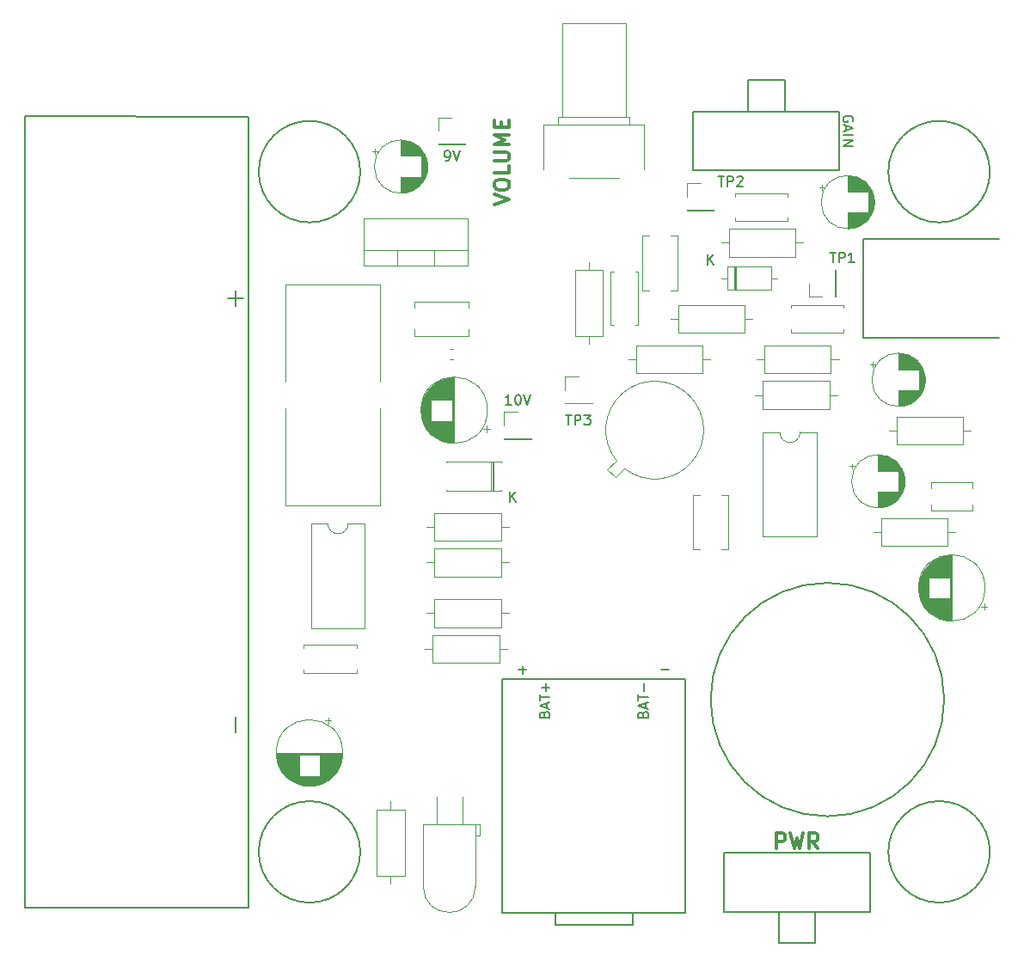
<source format=gbr>
G04 #@! TF.GenerationSoftware,KiCad,Pcbnew,5.1.5-52549c5~84~ubuntu18.04.1*
G04 #@! TF.CreationDate,2020-03-26T22:13:58-06:00*
G04 #@! TF.ProjectId,all-through-hole,616c6c2d-7468-4726-9f75-67682d686f6c,rev?*
G04 #@! TF.SameCoordinates,Original*
G04 #@! TF.FileFunction,Legend,Top*
G04 #@! TF.FilePolarity,Positive*
%FSLAX46Y46*%
G04 Gerber Fmt 4.6, Leading zero omitted, Abs format (unit mm)*
G04 Created by KiCad (PCBNEW 5.1.5-52549c5~84~ubuntu18.04.1) date 2020-03-26 22:13:58*
%MOMM*%
%LPD*%
G04 APERTURE LIST*
%ADD10C,0.150000*%
%ADD11C,0.300000*%
%ADD12C,0.120000*%
%ADD13C,0.200000*%
G04 APERTURE END LIST*
D10*
X131619047Y-92571428D02*
X132380952Y-92571428D01*
X132000000Y-92952380D02*
X132000000Y-92190476D01*
X145619047Y-92571428D02*
X146380952Y-92571428D01*
X162238095Y-51452380D02*
X162809523Y-51452380D01*
X162523809Y-52452380D02*
X162523809Y-51452380D01*
X163142857Y-52452380D02*
X163142857Y-51452380D01*
X163523809Y-51452380D01*
X163619047Y-51500000D01*
X163666666Y-51547619D01*
X163714285Y-51642857D01*
X163714285Y-51785714D01*
X163666666Y-51880952D01*
X163619047Y-51928571D01*
X163523809Y-51976190D01*
X163142857Y-51976190D01*
X164666666Y-52452380D02*
X164095238Y-52452380D01*
X164380952Y-52452380D02*
X164380952Y-51452380D01*
X164285714Y-51595238D01*
X164190476Y-51690476D01*
X164095238Y-51738095D01*
X151238095Y-43952380D02*
X151809523Y-43952380D01*
X151523809Y-44952380D02*
X151523809Y-43952380D01*
X152142857Y-44952380D02*
X152142857Y-43952380D01*
X152523809Y-43952380D01*
X152619047Y-44000000D01*
X152666666Y-44047619D01*
X152714285Y-44142857D01*
X152714285Y-44285714D01*
X152666666Y-44380952D01*
X152619047Y-44428571D01*
X152523809Y-44476190D01*
X152142857Y-44476190D01*
X153095238Y-44047619D02*
X153142857Y-44000000D01*
X153238095Y-43952380D01*
X153476190Y-43952380D01*
X153571428Y-44000000D01*
X153619047Y-44047619D01*
X153666666Y-44142857D01*
X153666666Y-44238095D01*
X153619047Y-44380952D01*
X153047619Y-44952380D01*
X153666666Y-44952380D01*
X136238095Y-67452380D02*
X136809523Y-67452380D01*
X136523809Y-68452380D02*
X136523809Y-67452380D01*
X137142857Y-68452380D02*
X137142857Y-67452380D01*
X137523809Y-67452380D01*
X137619047Y-67500000D01*
X137666666Y-67547619D01*
X137714285Y-67642857D01*
X137714285Y-67785714D01*
X137666666Y-67880952D01*
X137619047Y-67928571D01*
X137523809Y-67976190D01*
X137142857Y-67976190D01*
X138047619Y-67452380D02*
X138666666Y-67452380D01*
X138333333Y-67833333D01*
X138476190Y-67833333D01*
X138571428Y-67880952D01*
X138619047Y-67928571D01*
X138666666Y-68023809D01*
X138666666Y-68261904D01*
X138619047Y-68357142D01*
X138571428Y-68404761D01*
X138476190Y-68452380D01*
X138190476Y-68452380D01*
X138095238Y-68404761D01*
X138047619Y-68357142D01*
X130880952Y-66452380D02*
X130309523Y-66452380D01*
X130595238Y-66452380D02*
X130595238Y-65452380D01*
X130500000Y-65595238D01*
X130404761Y-65690476D01*
X130309523Y-65738095D01*
X131500000Y-65452380D02*
X131595238Y-65452380D01*
X131690476Y-65500000D01*
X131738095Y-65547619D01*
X131785714Y-65642857D01*
X131833333Y-65833333D01*
X131833333Y-66071428D01*
X131785714Y-66261904D01*
X131738095Y-66357142D01*
X131690476Y-66404761D01*
X131595238Y-66452380D01*
X131500000Y-66452380D01*
X131404761Y-66404761D01*
X131357142Y-66357142D01*
X131309523Y-66261904D01*
X131261904Y-66071428D01*
X131261904Y-65833333D01*
X131309523Y-65642857D01*
X131357142Y-65547619D01*
X131404761Y-65500000D01*
X131500000Y-65452380D01*
X132119047Y-65452380D02*
X132452380Y-66452380D01*
X132785714Y-65452380D01*
X124380952Y-42452380D02*
X124571428Y-42452380D01*
X124666666Y-42404761D01*
X124714285Y-42357142D01*
X124809523Y-42214285D01*
X124857142Y-42023809D01*
X124857142Y-41642857D01*
X124809523Y-41547619D01*
X124761904Y-41500000D01*
X124666666Y-41452380D01*
X124476190Y-41452380D01*
X124380952Y-41500000D01*
X124333333Y-41547619D01*
X124285714Y-41642857D01*
X124285714Y-41880952D01*
X124333333Y-41976190D01*
X124380952Y-42023809D01*
X124476190Y-42071428D01*
X124666666Y-42071428D01*
X124761904Y-42023809D01*
X124809523Y-41976190D01*
X124857142Y-41880952D01*
X125142857Y-41452380D02*
X125476190Y-42452380D01*
X125809523Y-41452380D01*
X164500000Y-38571428D02*
X164547619Y-38476190D01*
X164547619Y-38333333D01*
X164500000Y-38190476D01*
X164404761Y-38095238D01*
X164309523Y-38047619D01*
X164119047Y-38000000D01*
X163976190Y-38000000D01*
X163785714Y-38047619D01*
X163690476Y-38095238D01*
X163595238Y-38190476D01*
X163547619Y-38333333D01*
X163547619Y-38428571D01*
X163595238Y-38571428D01*
X163642857Y-38619047D01*
X163976190Y-38619047D01*
X163976190Y-38428571D01*
X163833333Y-39000000D02*
X163833333Y-39476190D01*
X163547619Y-38904761D02*
X164547619Y-39238095D01*
X163547619Y-39571428D01*
X163547619Y-39904761D02*
X164547619Y-39904761D01*
X163547619Y-40380952D02*
X164547619Y-40380952D01*
X163547619Y-40952380D01*
X164547619Y-40952380D01*
D11*
X129178571Y-46714285D02*
X130678571Y-46214285D01*
X129178571Y-45714285D01*
X129178571Y-44928571D02*
X129178571Y-44642857D01*
X129250000Y-44500000D01*
X129392857Y-44357142D01*
X129678571Y-44285714D01*
X130178571Y-44285714D01*
X130464285Y-44357142D01*
X130607142Y-44500000D01*
X130678571Y-44642857D01*
X130678571Y-44928571D01*
X130607142Y-45071428D01*
X130464285Y-45214285D01*
X130178571Y-45285714D01*
X129678571Y-45285714D01*
X129392857Y-45214285D01*
X129250000Y-45071428D01*
X129178571Y-44928571D01*
X130678571Y-42928571D02*
X130678571Y-43642857D01*
X129178571Y-43642857D01*
X129178571Y-42428571D02*
X130392857Y-42428571D01*
X130535714Y-42357142D01*
X130607142Y-42285714D01*
X130678571Y-42142857D01*
X130678571Y-41857142D01*
X130607142Y-41714285D01*
X130535714Y-41642857D01*
X130392857Y-41571428D01*
X129178571Y-41571428D01*
X130678571Y-40857142D02*
X129178571Y-40857142D01*
X130250000Y-40357142D01*
X129178571Y-39857142D01*
X130678571Y-39857142D01*
X129892857Y-39142857D02*
X129892857Y-38642857D01*
X130678571Y-38428571D02*
X130678571Y-39142857D01*
X129178571Y-39142857D01*
X129178571Y-38428571D01*
X157000000Y-110178571D02*
X157000000Y-108678571D01*
X157571428Y-108678571D01*
X157714285Y-108750000D01*
X157785714Y-108821428D01*
X157857142Y-108964285D01*
X157857142Y-109178571D01*
X157785714Y-109321428D01*
X157714285Y-109392857D01*
X157571428Y-109464285D01*
X157000000Y-109464285D01*
X158357142Y-108678571D02*
X158714285Y-110178571D01*
X159000000Y-109107142D01*
X159285714Y-110178571D01*
X159642857Y-108678571D01*
X161071428Y-110178571D02*
X160571428Y-109464285D01*
X160214285Y-110178571D02*
X160214285Y-108678571D01*
X160785714Y-108678571D01*
X160928571Y-108750000D01*
X161000000Y-108821428D01*
X161071428Y-108964285D01*
X161071428Y-109178571D01*
X161000000Y-109321428D01*
X160928571Y-109392857D01*
X160785714Y-109464285D01*
X160214285Y-109464285D01*
D10*
X154200000Y-34500000D02*
X154200000Y-37600000D01*
X157800000Y-34500000D02*
X154200000Y-34500000D01*
X157800000Y-37600000D02*
X157800000Y-34500000D01*
X148800000Y-43400000D02*
X163200000Y-43400000D01*
X148800000Y-37600000D02*
X148800000Y-43400000D01*
X163200000Y-37600000D02*
X148800000Y-37600000D01*
X163200000Y-43400000D02*
X163200000Y-37600000D01*
X178000000Y-43500000D02*
G75*
G03X178000000Y-43500000I-5000000J0D01*
G01*
X116000000Y-43500000D02*
G75*
G03X116000000Y-43500000I-5000000J0D01*
G01*
X178000000Y-110500000D02*
G75*
G03X178000000Y-110500000I-5000000J0D01*
G01*
X116000000Y-110500000D02*
G75*
G03X116000000Y-110500000I-5000000J0D01*
G01*
D12*
X160960000Y-69170000D02*
X159310000Y-69170000D01*
X160960000Y-79450000D02*
X160960000Y-69170000D01*
X155660000Y-79450000D02*
X160960000Y-79450000D01*
X155660000Y-69170000D02*
X155660000Y-79450000D01*
X157310000Y-69170000D02*
X155660000Y-69170000D01*
X159310000Y-69170000D02*
G75*
G02X157310000Y-69170000I-1000000J0D01*
G01*
X119609000Y-52770000D02*
X119609000Y-51260000D01*
X123310000Y-52770000D02*
X123310000Y-51260000D01*
X126580000Y-51260000D02*
X116340000Y-51260000D01*
X116340000Y-52770000D02*
X116340000Y-48129000D01*
X126580000Y-52770000D02*
X126580000Y-48129000D01*
X126580000Y-48129000D02*
X116340000Y-48129000D01*
X126580000Y-52770000D02*
X116340000Y-52770000D01*
X116460000Y-78170000D02*
X114810000Y-78170000D01*
X116460000Y-88450000D02*
X116460000Y-78170000D01*
X111160000Y-88450000D02*
X116460000Y-88450000D01*
X111160000Y-78170000D02*
X111160000Y-88450000D01*
X112810000Y-78170000D02*
X111160000Y-78170000D01*
X114810000Y-78170000D02*
G75*
G02X112810000Y-78170000I-1000000J0D01*
G01*
D10*
X160800000Y-119500000D02*
X160800000Y-116400000D01*
X157200000Y-119500000D02*
X160800000Y-119500000D01*
X157200000Y-116400000D02*
X157200000Y-119500000D01*
X166200000Y-110600000D02*
X151800000Y-110600000D01*
X166200000Y-116400000D02*
X166200000Y-110600000D01*
X151800000Y-116400000D02*
X166200000Y-116400000D01*
X151800000Y-110600000D02*
X151800000Y-116400000D01*
D12*
X135880000Y-28880000D02*
X142120000Y-28880000D01*
X135880000Y-38080000D02*
X142120000Y-38080000D01*
X142120000Y-38080000D02*
X142120000Y-28880000D01*
X135880000Y-38080000D02*
X135880000Y-28880000D01*
X135480000Y-38080000D02*
X142520000Y-38080000D01*
X135480000Y-38880000D02*
X142520000Y-38880000D01*
X142520000Y-38880000D02*
X142520000Y-38080000D01*
X135480000Y-38880000D02*
X135480000Y-38080000D01*
X134030000Y-38880000D02*
X143970000Y-38880000D01*
X136556000Y-44120000D02*
X141445000Y-44120000D01*
X143970000Y-43245000D02*
X143970000Y-38880000D01*
X134030000Y-43245000D02*
X134030000Y-38880000D01*
X174620000Y-79000000D02*
X173850000Y-79000000D01*
X166540000Y-79000000D02*
X167310000Y-79000000D01*
X173850000Y-77630000D02*
X167310000Y-77630000D01*
X173850000Y-80370000D02*
X173850000Y-77630000D01*
X167310000Y-80370000D02*
X173850000Y-80370000D01*
X167310000Y-77630000D02*
X167310000Y-80370000D01*
X176120000Y-69000000D02*
X175350000Y-69000000D01*
X168040000Y-69000000D02*
X168810000Y-69000000D01*
X175350000Y-67630000D02*
X168810000Y-67630000D01*
X175350000Y-70370000D02*
X175350000Y-67630000D01*
X168810000Y-70370000D02*
X175350000Y-70370000D01*
X168810000Y-67630000D02*
X168810000Y-70370000D01*
X138500000Y-52380000D02*
X138500000Y-53150000D01*
X138500000Y-60460000D02*
X138500000Y-59690000D01*
X137130000Y-53150000D02*
X137130000Y-59690000D01*
X139870000Y-53150000D02*
X137130000Y-53150000D01*
X139870000Y-59690000D02*
X139870000Y-53150000D01*
X137130000Y-59690000D02*
X139870000Y-59690000D01*
X154620000Y-58000000D02*
X153850000Y-58000000D01*
X146540000Y-58000000D02*
X147310000Y-58000000D01*
X153850000Y-56630000D02*
X147310000Y-56630000D01*
X153850000Y-59370000D02*
X153850000Y-56630000D01*
X147310000Y-59370000D02*
X153850000Y-59370000D01*
X147310000Y-56630000D02*
X147310000Y-59370000D01*
X142380000Y-62000000D02*
X143150000Y-62000000D01*
X150460000Y-62000000D02*
X149690000Y-62000000D01*
X143150000Y-63370000D02*
X149690000Y-63370000D01*
X143150000Y-60630000D02*
X143150000Y-63370000D01*
X149690000Y-60630000D02*
X143150000Y-60630000D01*
X149690000Y-63370000D02*
X149690000Y-60630000D01*
X154880000Y-65500000D02*
X155650000Y-65500000D01*
X162960000Y-65500000D02*
X162190000Y-65500000D01*
X155650000Y-66870000D02*
X162190000Y-66870000D01*
X155650000Y-64130000D02*
X155650000Y-66870000D01*
X162190000Y-64130000D02*
X155650000Y-64130000D01*
X162190000Y-66870000D02*
X162190000Y-64130000D01*
X163120000Y-62000000D02*
X162350000Y-62000000D01*
X155040000Y-62000000D02*
X155810000Y-62000000D01*
X162350000Y-60630000D02*
X155810000Y-60630000D01*
X162350000Y-63370000D02*
X162350000Y-60630000D01*
X155810000Y-63370000D02*
X162350000Y-63370000D01*
X155810000Y-60630000D02*
X155810000Y-63370000D01*
X152310000Y-49130000D02*
X152310000Y-51870000D01*
X152310000Y-51870000D02*
X158850000Y-51870000D01*
X158850000Y-51870000D02*
X158850000Y-49130000D01*
X158850000Y-49130000D02*
X152310000Y-49130000D01*
X151540000Y-50500000D02*
X152310000Y-50500000D01*
X159620000Y-50500000D02*
X158850000Y-50500000D01*
X119000000Y-113620000D02*
X119000000Y-112850000D01*
X119000000Y-105540000D02*
X119000000Y-106310000D01*
X120370000Y-112850000D02*
X120370000Y-106310000D01*
X117630000Y-112850000D02*
X120370000Y-112850000D01*
X117630000Y-106310000D02*
X117630000Y-112850000D01*
X120370000Y-106310000D02*
X117630000Y-106310000D01*
X122380000Y-90500000D02*
X123150000Y-90500000D01*
X130460000Y-90500000D02*
X129690000Y-90500000D01*
X123150000Y-91870000D02*
X129690000Y-91870000D01*
X123150000Y-89130000D02*
X123150000Y-91870000D01*
X129690000Y-89130000D02*
X123150000Y-89130000D01*
X129690000Y-91870000D02*
X129690000Y-89130000D01*
X130620000Y-87000000D02*
X129850000Y-87000000D01*
X122540000Y-87000000D02*
X123310000Y-87000000D01*
X129850000Y-85630000D02*
X123310000Y-85630000D01*
X129850000Y-88370000D02*
X129850000Y-85630000D01*
X123310000Y-88370000D02*
X129850000Y-88370000D01*
X123310000Y-85630000D02*
X123310000Y-88370000D01*
X130620000Y-78500000D02*
X129850000Y-78500000D01*
X122540000Y-78500000D02*
X123310000Y-78500000D01*
X129850000Y-77130000D02*
X123310000Y-77130000D01*
X129850000Y-79870000D02*
X129850000Y-77130000D01*
X123310000Y-79870000D02*
X129850000Y-79870000D01*
X123310000Y-77130000D02*
X123310000Y-79870000D01*
X130620000Y-82000000D02*
X129850000Y-82000000D01*
X122540000Y-82000000D02*
X123310000Y-82000000D01*
X129850000Y-80630000D02*
X123310000Y-80630000D01*
X129850000Y-83370000D02*
X129850000Y-80630000D01*
X123310000Y-83370000D02*
X129850000Y-83370000D01*
X123310000Y-80630000D02*
X123310000Y-83370000D01*
X142002629Y-72734674D02*
G75*
G03X141225098Y-71957084I2997371J3774674D01*
G01*
X141111961Y-73625856D02*
X142002916Y-72734902D01*
X140334144Y-72848039D02*
X141111961Y-73625856D01*
X141225098Y-71957084D02*
X140334144Y-72848039D01*
D10*
X173500000Y-95500000D02*
G75*
G03X173500000Y-95500000I-11500000J0D01*
G01*
D12*
X117970000Y-76420000D02*
X108630000Y-76420000D01*
X117970000Y-54580000D02*
X108630000Y-54580000D01*
X108630000Y-66788000D02*
X108630000Y-76420000D01*
X108630000Y-54580000D02*
X108630000Y-64212000D01*
X117970000Y-66788000D02*
X117970000Y-76420000D01*
X117970000Y-54580000D02*
X117970000Y-64212000D01*
D10*
X165500000Y-50100000D02*
X178900000Y-50100000D01*
X165500000Y-59900000D02*
X165500000Y-50100000D01*
X178900000Y-59900000D02*
X165500000Y-59900000D01*
D12*
X148170000Y-44670000D02*
X149500000Y-44670000D01*
X148170000Y-46000000D02*
X148170000Y-44670000D01*
X148170000Y-47270000D02*
X150830000Y-47270000D01*
X150830000Y-47270000D02*
X150830000Y-47330000D01*
X148170000Y-47270000D02*
X148170000Y-47330000D01*
X148170000Y-47330000D02*
X150830000Y-47330000D01*
X136170000Y-63670000D02*
X137500000Y-63670000D01*
X136170000Y-65000000D02*
X136170000Y-63670000D01*
X136170000Y-66270000D02*
X138830000Y-66270000D01*
X138830000Y-66270000D02*
X138830000Y-66330000D01*
X136170000Y-66270000D02*
X136170000Y-66330000D01*
X136170000Y-66330000D02*
X138830000Y-66330000D01*
X162830000Y-55830000D02*
X162830000Y-53170000D01*
X162770000Y-55830000D02*
X162830000Y-55830000D01*
X162770000Y-53170000D02*
X162830000Y-53170000D01*
X162770000Y-55830000D02*
X162770000Y-53170000D01*
X161500000Y-55830000D02*
X160170000Y-55830000D01*
X160170000Y-55830000D02*
X160170000Y-54500000D01*
X123670000Y-38170000D02*
X125000000Y-38170000D01*
X123670000Y-39500000D02*
X123670000Y-38170000D01*
X123670000Y-40770000D02*
X126330000Y-40770000D01*
X126330000Y-40770000D02*
X126330000Y-40830000D01*
X123670000Y-40770000D02*
X123670000Y-40830000D01*
X123670000Y-40830000D02*
X126330000Y-40830000D01*
X130170000Y-67170000D02*
X131500000Y-67170000D01*
X130170000Y-68500000D02*
X130170000Y-67170000D01*
X130170000Y-69770000D02*
X132830000Y-69770000D01*
X132830000Y-69770000D02*
X132830000Y-69830000D01*
X130170000Y-69770000D02*
X130170000Y-69830000D01*
X130170000Y-69830000D02*
X132830000Y-69830000D01*
X152190000Y-52880000D02*
X152190000Y-55120000D01*
X152190000Y-55120000D02*
X156430000Y-55120000D01*
X156430000Y-55120000D02*
X156430000Y-52880000D01*
X156430000Y-52880000D02*
X152190000Y-52880000D01*
X151540000Y-54000000D02*
X152190000Y-54000000D01*
X157080000Y-54000000D02*
X156430000Y-54000000D01*
X152910000Y-52880000D02*
X152910000Y-55120000D01*
X153030000Y-52880000D02*
X153030000Y-55120000D01*
X152790000Y-52880000D02*
X152790000Y-55120000D01*
X126040000Y-105080000D02*
X126040000Y-105080000D01*
X126040000Y-107750000D02*
X126040000Y-105080000D01*
X126040000Y-107750000D02*
X126040000Y-107750000D01*
X126040000Y-105080000D02*
X126040000Y-107750000D01*
X123500000Y-105080000D02*
X123500000Y-105080000D01*
X123500000Y-107750000D02*
X123500000Y-105080000D01*
X123500000Y-107750000D02*
X123500000Y-107750000D01*
X123500000Y-105080000D02*
X123500000Y-107750000D01*
X127330000Y-107750000D02*
X127730000Y-107750000D01*
X127330000Y-108870000D02*
X127330000Y-107750000D01*
X127730000Y-108870000D02*
X127330000Y-108870000D01*
X127730000Y-107750000D02*
X127730000Y-108870000D01*
X122210000Y-107750000D02*
X127330000Y-107750000D01*
X127330000Y-107750000D02*
X127330000Y-113910000D01*
X122210000Y-107750000D02*
X122210000Y-113910000D01*
X127330000Y-113910000D02*
G75*
G02X122210000Y-113910000I-2560000J0D01*
G01*
X129130000Y-74970000D02*
X129130000Y-72030000D01*
X128890000Y-74970000D02*
X128890000Y-72030000D01*
X129010000Y-74970000D02*
X129010000Y-72030000D01*
X124470000Y-72030000D02*
X124470000Y-72160000D01*
X129910000Y-72030000D02*
X124470000Y-72030000D01*
X129910000Y-72160000D02*
X129910000Y-72030000D01*
X124470000Y-74970000D02*
X124470000Y-74840000D01*
X129910000Y-74970000D02*
X124470000Y-74970000D01*
X129910000Y-74840000D02*
X129910000Y-74970000D01*
X164445225Y-72275000D02*
X164445225Y-72775000D01*
X164195225Y-72525000D02*
X164695225Y-72525000D01*
X169601000Y-73716000D02*
X169601000Y-74284000D01*
X169561000Y-73482000D02*
X169561000Y-74518000D01*
X169521000Y-73323000D02*
X169521000Y-74677000D01*
X169481000Y-73195000D02*
X169481000Y-74805000D01*
X169441000Y-73085000D02*
X169441000Y-74915000D01*
X169401000Y-72989000D02*
X169401000Y-75011000D01*
X169361000Y-72902000D02*
X169361000Y-75098000D01*
X169321000Y-72822000D02*
X169321000Y-75178000D01*
X169281000Y-72749000D02*
X169281000Y-75251000D01*
X169241000Y-72681000D02*
X169241000Y-75319000D01*
X169201000Y-72617000D02*
X169201000Y-75383000D01*
X169161000Y-72557000D02*
X169161000Y-75443000D01*
X169121000Y-72500000D02*
X169121000Y-75500000D01*
X169081000Y-72446000D02*
X169081000Y-75554000D01*
X169041000Y-72395000D02*
X169041000Y-75605000D01*
X169001000Y-75040000D02*
X169001000Y-75653000D01*
X169001000Y-72347000D02*
X169001000Y-72960000D01*
X168961000Y-75040000D02*
X168961000Y-75699000D01*
X168961000Y-72301000D02*
X168961000Y-72960000D01*
X168921000Y-75040000D02*
X168921000Y-75743000D01*
X168921000Y-72257000D02*
X168921000Y-72960000D01*
X168881000Y-75040000D02*
X168881000Y-75785000D01*
X168881000Y-72215000D02*
X168881000Y-72960000D01*
X168841000Y-75040000D02*
X168841000Y-75826000D01*
X168841000Y-72174000D02*
X168841000Y-72960000D01*
X168801000Y-75040000D02*
X168801000Y-75864000D01*
X168801000Y-72136000D02*
X168801000Y-72960000D01*
X168761000Y-75040000D02*
X168761000Y-75901000D01*
X168761000Y-72099000D02*
X168761000Y-72960000D01*
X168721000Y-75040000D02*
X168721000Y-75937000D01*
X168721000Y-72063000D02*
X168721000Y-72960000D01*
X168681000Y-75040000D02*
X168681000Y-75971000D01*
X168681000Y-72029000D02*
X168681000Y-72960000D01*
X168641000Y-75040000D02*
X168641000Y-76004000D01*
X168641000Y-71996000D02*
X168641000Y-72960000D01*
X168601000Y-75040000D02*
X168601000Y-76035000D01*
X168601000Y-71965000D02*
X168601000Y-72960000D01*
X168561000Y-75040000D02*
X168561000Y-76065000D01*
X168561000Y-71935000D02*
X168561000Y-72960000D01*
X168521000Y-75040000D02*
X168521000Y-76095000D01*
X168521000Y-71905000D02*
X168521000Y-72960000D01*
X168481000Y-75040000D02*
X168481000Y-76122000D01*
X168481000Y-71878000D02*
X168481000Y-72960000D01*
X168441000Y-75040000D02*
X168441000Y-76149000D01*
X168441000Y-71851000D02*
X168441000Y-72960000D01*
X168401000Y-75040000D02*
X168401000Y-76175000D01*
X168401000Y-71825000D02*
X168401000Y-72960000D01*
X168361000Y-75040000D02*
X168361000Y-76200000D01*
X168361000Y-71800000D02*
X168361000Y-72960000D01*
X168321000Y-75040000D02*
X168321000Y-76224000D01*
X168321000Y-71776000D02*
X168321000Y-72960000D01*
X168281000Y-75040000D02*
X168281000Y-76247000D01*
X168281000Y-71753000D02*
X168281000Y-72960000D01*
X168241000Y-75040000D02*
X168241000Y-76268000D01*
X168241000Y-71732000D02*
X168241000Y-72960000D01*
X168201000Y-75040000D02*
X168201000Y-76290000D01*
X168201000Y-71710000D02*
X168201000Y-72960000D01*
X168161000Y-75040000D02*
X168161000Y-76310000D01*
X168161000Y-71690000D02*
X168161000Y-72960000D01*
X168121000Y-75040000D02*
X168121000Y-76329000D01*
X168121000Y-71671000D02*
X168121000Y-72960000D01*
X168081000Y-75040000D02*
X168081000Y-76348000D01*
X168081000Y-71652000D02*
X168081000Y-72960000D01*
X168041000Y-75040000D02*
X168041000Y-76365000D01*
X168041000Y-71635000D02*
X168041000Y-72960000D01*
X168001000Y-75040000D02*
X168001000Y-76382000D01*
X168001000Y-71618000D02*
X168001000Y-72960000D01*
X167961000Y-75040000D02*
X167961000Y-76398000D01*
X167961000Y-71602000D02*
X167961000Y-72960000D01*
X167921000Y-75040000D02*
X167921000Y-76414000D01*
X167921000Y-71586000D02*
X167921000Y-72960000D01*
X167881000Y-75040000D02*
X167881000Y-76428000D01*
X167881000Y-71572000D02*
X167881000Y-72960000D01*
X167841000Y-75040000D02*
X167841000Y-76442000D01*
X167841000Y-71558000D02*
X167841000Y-72960000D01*
X167801000Y-75040000D02*
X167801000Y-76455000D01*
X167801000Y-71545000D02*
X167801000Y-72960000D01*
X167761000Y-75040000D02*
X167761000Y-76468000D01*
X167761000Y-71532000D02*
X167761000Y-72960000D01*
X167721000Y-75040000D02*
X167721000Y-76480000D01*
X167721000Y-71520000D02*
X167721000Y-72960000D01*
X167680000Y-75040000D02*
X167680000Y-76491000D01*
X167680000Y-71509000D02*
X167680000Y-72960000D01*
X167640000Y-75040000D02*
X167640000Y-76501000D01*
X167640000Y-71499000D02*
X167640000Y-72960000D01*
X167600000Y-75040000D02*
X167600000Y-76511000D01*
X167600000Y-71489000D02*
X167600000Y-72960000D01*
X167560000Y-75040000D02*
X167560000Y-76520000D01*
X167560000Y-71480000D02*
X167560000Y-72960000D01*
X167520000Y-75040000D02*
X167520000Y-76528000D01*
X167520000Y-71472000D02*
X167520000Y-72960000D01*
X167480000Y-75040000D02*
X167480000Y-76536000D01*
X167480000Y-71464000D02*
X167480000Y-72960000D01*
X167440000Y-75040000D02*
X167440000Y-76543000D01*
X167440000Y-71457000D02*
X167440000Y-72960000D01*
X167400000Y-75040000D02*
X167400000Y-76550000D01*
X167400000Y-71450000D02*
X167400000Y-72960000D01*
X167360000Y-75040000D02*
X167360000Y-76556000D01*
X167360000Y-71444000D02*
X167360000Y-72960000D01*
X167320000Y-75040000D02*
X167320000Y-76561000D01*
X167320000Y-71439000D02*
X167320000Y-72960000D01*
X167280000Y-75040000D02*
X167280000Y-76565000D01*
X167280000Y-71435000D02*
X167280000Y-72960000D01*
X167240000Y-75040000D02*
X167240000Y-76569000D01*
X167240000Y-71431000D02*
X167240000Y-72960000D01*
X167200000Y-75040000D02*
X167200000Y-76573000D01*
X167200000Y-71427000D02*
X167200000Y-72960000D01*
X167160000Y-75040000D02*
X167160000Y-76576000D01*
X167160000Y-71424000D02*
X167160000Y-72960000D01*
X167120000Y-75040000D02*
X167120000Y-76578000D01*
X167120000Y-71422000D02*
X167120000Y-72960000D01*
X167080000Y-75040000D02*
X167080000Y-76579000D01*
X167080000Y-71421000D02*
X167080000Y-72960000D01*
X167040000Y-71420000D02*
X167040000Y-72960000D01*
X167040000Y-75040000D02*
X167040000Y-76580000D01*
X167000000Y-71420000D02*
X167000000Y-72960000D01*
X167000000Y-75040000D02*
X167000000Y-76580000D01*
X169620000Y-74000000D02*
G75*
G03X169620000Y-74000000I-2620000J0D01*
G01*
X177435241Y-86654000D02*
X177435241Y-86024000D01*
X177750241Y-86339000D02*
X177120241Y-86339000D01*
X171009000Y-84902000D02*
X171009000Y-84098000D01*
X171049000Y-85133000D02*
X171049000Y-83867000D01*
X171089000Y-85302000D02*
X171089000Y-83698000D01*
X171129000Y-85440000D02*
X171129000Y-83560000D01*
X171169000Y-85559000D02*
X171169000Y-83441000D01*
X171209000Y-85665000D02*
X171209000Y-83335000D01*
X171249000Y-85762000D02*
X171249000Y-83238000D01*
X171289000Y-85850000D02*
X171289000Y-83150000D01*
X171329000Y-85932000D02*
X171329000Y-83068000D01*
X171369000Y-86009000D02*
X171369000Y-82991000D01*
X171409000Y-86081000D02*
X171409000Y-82919000D01*
X171449000Y-86150000D02*
X171449000Y-82850000D01*
X171489000Y-86214000D02*
X171489000Y-82786000D01*
X171529000Y-86276000D02*
X171529000Y-82724000D01*
X171569000Y-86334000D02*
X171569000Y-82666000D01*
X171609000Y-86390000D02*
X171609000Y-82610000D01*
X171649000Y-86444000D02*
X171649000Y-82556000D01*
X171689000Y-86495000D02*
X171689000Y-82505000D01*
X171729000Y-86544000D02*
X171729000Y-82456000D01*
X171769000Y-86592000D02*
X171769000Y-82408000D01*
X171809000Y-86637000D02*
X171809000Y-82363000D01*
X171849000Y-86682000D02*
X171849000Y-82318000D01*
X171889000Y-86724000D02*
X171889000Y-82276000D01*
X171929000Y-86765000D02*
X171929000Y-82235000D01*
X171969000Y-83460000D02*
X171969000Y-82195000D01*
X171969000Y-86805000D02*
X171969000Y-85540000D01*
X172009000Y-83460000D02*
X172009000Y-82157000D01*
X172009000Y-86843000D02*
X172009000Y-85540000D01*
X172049000Y-83460000D02*
X172049000Y-82120000D01*
X172049000Y-86880000D02*
X172049000Y-85540000D01*
X172089000Y-83460000D02*
X172089000Y-82084000D01*
X172089000Y-86916000D02*
X172089000Y-85540000D01*
X172129000Y-83460000D02*
X172129000Y-82050000D01*
X172129000Y-86950000D02*
X172129000Y-85540000D01*
X172169000Y-83460000D02*
X172169000Y-82016000D01*
X172169000Y-86984000D02*
X172169000Y-85540000D01*
X172209000Y-83460000D02*
X172209000Y-81984000D01*
X172209000Y-87016000D02*
X172209000Y-85540000D01*
X172249000Y-83460000D02*
X172249000Y-81952000D01*
X172249000Y-87048000D02*
X172249000Y-85540000D01*
X172289000Y-83460000D02*
X172289000Y-81922000D01*
X172289000Y-87078000D02*
X172289000Y-85540000D01*
X172329000Y-83460000D02*
X172329000Y-81893000D01*
X172329000Y-87107000D02*
X172329000Y-85540000D01*
X172369000Y-83460000D02*
X172369000Y-81864000D01*
X172369000Y-87136000D02*
X172369000Y-85540000D01*
X172409000Y-83460000D02*
X172409000Y-81836000D01*
X172409000Y-87164000D02*
X172409000Y-85540000D01*
X172449000Y-83460000D02*
X172449000Y-81810000D01*
X172449000Y-87190000D02*
X172449000Y-85540000D01*
X172489000Y-83460000D02*
X172489000Y-81784000D01*
X172489000Y-87216000D02*
X172489000Y-85540000D01*
X172529000Y-83460000D02*
X172529000Y-81758000D01*
X172529000Y-87242000D02*
X172529000Y-85540000D01*
X172569000Y-83460000D02*
X172569000Y-81734000D01*
X172569000Y-87266000D02*
X172569000Y-85540000D01*
X172609000Y-83460000D02*
X172609000Y-81710000D01*
X172609000Y-87290000D02*
X172609000Y-85540000D01*
X172649000Y-83460000D02*
X172649000Y-81688000D01*
X172649000Y-87312000D02*
X172649000Y-85540000D01*
X172689000Y-83460000D02*
X172689000Y-81666000D01*
X172689000Y-87334000D02*
X172689000Y-85540000D01*
X172729000Y-83460000D02*
X172729000Y-81644000D01*
X172729000Y-87356000D02*
X172729000Y-85540000D01*
X172769000Y-83460000D02*
X172769000Y-81624000D01*
X172769000Y-87376000D02*
X172769000Y-85540000D01*
X172809000Y-83460000D02*
X172809000Y-81604000D01*
X172809000Y-87396000D02*
X172809000Y-85540000D01*
X172849000Y-83460000D02*
X172849000Y-81584000D01*
X172849000Y-87416000D02*
X172849000Y-85540000D01*
X172889000Y-83460000D02*
X172889000Y-81566000D01*
X172889000Y-87434000D02*
X172889000Y-85540000D01*
X172929000Y-83460000D02*
X172929000Y-81548000D01*
X172929000Y-87452000D02*
X172929000Y-85540000D01*
X172969000Y-83460000D02*
X172969000Y-81530000D01*
X172969000Y-87470000D02*
X172969000Y-85540000D01*
X173009000Y-83460000D02*
X173009000Y-81514000D01*
X173009000Y-87486000D02*
X173009000Y-85540000D01*
X173049000Y-83460000D02*
X173049000Y-81498000D01*
X173049000Y-87502000D02*
X173049000Y-85540000D01*
X173089000Y-83460000D02*
X173089000Y-81482000D01*
X173089000Y-87518000D02*
X173089000Y-85540000D01*
X173129000Y-83460000D02*
X173129000Y-81467000D01*
X173129000Y-87533000D02*
X173129000Y-85540000D01*
X173169000Y-83460000D02*
X173169000Y-81453000D01*
X173169000Y-87547000D02*
X173169000Y-85540000D01*
X173209000Y-83460000D02*
X173209000Y-81439000D01*
X173209000Y-87561000D02*
X173209000Y-85540000D01*
X173249000Y-83460000D02*
X173249000Y-81426000D01*
X173249000Y-87574000D02*
X173249000Y-85540000D01*
X173289000Y-83460000D02*
X173289000Y-81414000D01*
X173289000Y-87586000D02*
X173289000Y-85540000D01*
X173329000Y-83460000D02*
X173329000Y-81402000D01*
X173329000Y-87598000D02*
X173329000Y-85540000D01*
X173369000Y-83460000D02*
X173369000Y-81390000D01*
X173369000Y-87610000D02*
X173369000Y-85540000D01*
X173409000Y-83460000D02*
X173409000Y-81379000D01*
X173409000Y-87621000D02*
X173409000Y-85540000D01*
X173449000Y-83460000D02*
X173449000Y-81369000D01*
X173449000Y-87631000D02*
X173449000Y-85540000D01*
X173489000Y-83460000D02*
X173489000Y-81359000D01*
X173489000Y-87641000D02*
X173489000Y-85540000D01*
X173529000Y-83460000D02*
X173529000Y-81350000D01*
X173529000Y-87650000D02*
X173529000Y-85540000D01*
X173570000Y-83460000D02*
X173570000Y-81341000D01*
X173570000Y-87659000D02*
X173570000Y-85540000D01*
X173610000Y-83460000D02*
X173610000Y-81333000D01*
X173610000Y-87667000D02*
X173610000Y-85540000D01*
X173650000Y-83460000D02*
X173650000Y-81325000D01*
X173650000Y-87675000D02*
X173650000Y-85540000D01*
X173690000Y-83460000D02*
X173690000Y-81318000D01*
X173690000Y-87682000D02*
X173690000Y-85540000D01*
X173730000Y-83460000D02*
X173730000Y-81311000D01*
X173730000Y-87689000D02*
X173730000Y-85540000D01*
X173770000Y-83460000D02*
X173770000Y-81305000D01*
X173770000Y-87695000D02*
X173770000Y-85540000D01*
X173810000Y-83460000D02*
X173810000Y-81299000D01*
X173810000Y-87701000D02*
X173810000Y-85540000D01*
X173850000Y-83460000D02*
X173850000Y-81294000D01*
X173850000Y-87706000D02*
X173850000Y-85540000D01*
X173890000Y-83460000D02*
X173890000Y-81289000D01*
X173890000Y-87711000D02*
X173890000Y-85540000D01*
X173930000Y-83460000D02*
X173930000Y-81285000D01*
X173930000Y-87715000D02*
X173930000Y-85540000D01*
X173970000Y-83460000D02*
X173970000Y-81282000D01*
X173970000Y-87718000D02*
X173970000Y-85540000D01*
X174010000Y-83460000D02*
X174010000Y-81278000D01*
X174010000Y-87722000D02*
X174010000Y-85540000D01*
X174050000Y-87724000D02*
X174050000Y-81276000D01*
X174090000Y-87727000D02*
X174090000Y-81273000D01*
X174130000Y-87728000D02*
X174130000Y-81272000D01*
X174170000Y-87730000D02*
X174170000Y-81270000D01*
X174210000Y-87730000D02*
X174210000Y-81270000D01*
X174250000Y-87730000D02*
X174250000Y-81270000D01*
X177520000Y-84500000D02*
G75*
G03X177520000Y-84500000I-3270000J0D01*
G01*
X172230000Y-74705000D02*
X172230000Y-74080000D01*
X172230000Y-76920000D02*
X172230000Y-76295000D01*
X176270000Y-74705000D02*
X176270000Y-74080000D01*
X176270000Y-76920000D02*
X176270000Y-76295000D01*
X176270000Y-74080000D02*
X172230000Y-74080000D01*
X176270000Y-76920000D02*
X172230000Y-76920000D01*
X161445225Y-44775000D02*
X161445225Y-45275000D01*
X161195225Y-45025000D02*
X161695225Y-45025000D01*
X166601000Y-46216000D02*
X166601000Y-46784000D01*
X166561000Y-45982000D02*
X166561000Y-47018000D01*
X166521000Y-45823000D02*
X166521000Y-47177000D01*
X166481000Y-45695000D02*
X166481000Y-47305000D01*
X166441000Y-45585000D02*
X166441000Y-47415000D01*
X166401000Y-45489000D02*
X166401000Y-47511000D01*
X166361000Y-45402000D02*
X166361000Y-47598000D01*
X166321000Y-45322000D02*
X166321000Y-47678000D01*
X166281000Y-45249000D02*
X166281000Y-47751000D01*
X166241000Y-45181000D02*
X166241000Y-47819000D01*
X166201000Y-45117000D02*
X166201000Y-47883000D01*
X166161000Y-45057000D02*
X166161000Y-47943000D01*
X166121000Y-45000000D02*
X166121000Y-48000000D01*
X166081000Y-44946000D02*
X166081000Y-48054000D01*
X166041000Y-44895000D02*
X166041000Y-48105000D01*
X166001000Y-47540000D02*
X166001000Y-48153000D01*
X166001000Y-44847000D02*
X166001000Y-45460000D01*
X165961000Y-47540000D02*
X165961000Y-48199000D01*
X165961000Y-44801000D02*
X165961000Y-45460000D01*
X165921000Y-47540000D02*
X165921000Y-48243000D01*
X165921000Y-44757000D02*
X165921000Y-45460000D01*
X165881000Y-47540000D02*
X165881000Y-48285000D01*
X165881000Y-44715000D02*
X165881000Y-45460000D01*
X165841000Y-47540000D02*
X165841000Y-48326000D01*
X165841000Y-44674000D02*
X165841000Y-45460000D01*
X165801000Y-47540000D02*
X165801000Y-48364000D01*
X165801000Y-44636000D02*
X165801000Y-45460000D01*
X165761000Y-47540000D02*
X165761000Y-48401000D01*
X165761000Y-44599000D02*
X165761000Y-45460000D01*
X165721000Y-47540000D02*
X165721000Y-48437000D01*
X165721000Y-44563000D02*
X165721000Y-45460000D01*
X165681000Y-47540000D02*
X165681000Y-48471000D01*
X165681000Y-44529000D02*
X165681000Y-45460000D01*
X165641000Y-47540000D02*
X165641000Y-48504000D01*
X165641000Y-44496000D02*
X165641000Y-45460000D01*
X165601000Y-47540000D02*
X165601000Y-48535000D01*
X165601000Y-44465000D02*
X165601000Y-45460000D01*
X165561000Y-47540000D02*
X165561000Y-48565000D01*
X165561000Y-44435000D02*
X165561000Y-45460000D01*
X165521000Y-47540000D02*
X165521000Y-48595000D01*
X165521000Y-44405000D02*
X165521000Y-45460000D01*
X165481000Y-47540000D02*
X165481000Y-48622000D01*
X165481000Y-44378000D02*
X165481000Y-45460000D01*
X165441000Y-47540000D02*
X165441000Y-48649000D01*
X165441000Y-44351000D02*
X165441000Y-45460000D01*
X165401000Y-47540000D02*
X165401000Y-48675000D01*
X165401000Y-44325000D02*
X165401000Y-45460000D01*
X165361000Y-47540000D02*
X165361000Y-48700000D01*
X165361000Y-44300000D02*
X165361000Y-45460000D01*
X165321000Y-47540000D02*
X165321000Y-48724000D01*
X165321000Y-44276000D02*
X165321000Y-45460000D01*
X165281000Y-47540000D02*
X165281000Y-48747000D01*
X165281000Y-44253000D02*
X165281000Y-45460000D01*
X165241000Y-47540000D02*
X165241000Y-48768000D01*
X165241000Y-44232000D02*
X165241000Y-45460000D01*
X165201000Y-47540000D02*
X165201000Y-48790000D01*
X165201000Y-44210000D02*
X165201000Y-45460000D01*
X165161000Y-47540000D02*
X165161000Y-48810000D01*
X165161000Y-44190000D02*
X165161000Y-45460000D01*
X165121000Y-47540000D02*
X165121000Y-48829000D01*
X165121000Y-44171000D02*
X165121000Y-45460000D01*
X165081000Y-47540000D02*
X165081000Y-48848000D01*
X165081000Y-44152000D02*
X165081000Y-45460000D01*
X165041000Y-47540000D02*
X165041000Y-48865000D01*
X165041000Y-44135000D02*
X165041000Y-45460000D01*
X165001000Y-47540000D02*
X165001000Y-48882000D01*
X165001000Y-44118000D02*
X165001000Y-45460000D01*
X164961000Y-47540000D02*
X164961000Y-48898000D01*
X164961000Y-44102000D02*
X164961000Y-45460000D01*
X164921000Y-47540000D02*
X164921000Y-48914000D01*
X164921000Y-44086000D02*
X164921000Y-45460000D01*
X164881000Y-47540000D02*
X164881000Y-48928000D01*
X164881000Y-44072000D02*
X164881000Y-45460000D01*
X164841000Y-47540000D02*
X164841000Y-48942000D01*
X164841000Y-44058000D02*
X164841000Y-45460000D01*
X164801000Y-47540000D02*
X164801000Y-48955000D01*
X164801000Y-44045000D02*
X164801000Y-45460000D01*
X164761000Y-47540000D02*
X164761000Y-48968000D01*
X164761000Y-44032000D02*
X164761000Y-45460000D01*
X164721000Y-47540000D02*
X164721000Y-48980000D01*
X164721000Y-44020000D02*
X164721000Y-45460000D01*
X164680000Y-47540000D02*
X164680000Y-48991000D01*
X164680000Y-44009000D02*
X164680000Y-45460000D01*
X164640000Y-47540000D02*
X164640000Y-49001000D01*
X164640000Y-43999000D02*
X164640000Y-45460000D01*
X164600000Y-47540000D02*
X164600000Y-49011000D01*
X164600000Y-43989000D02*
X164600000Y-45460000D01*
X164560000Y-47540000D02*
X164560000Y-49020000D01*
X164560000Y-43980000D02*
X164560000Y-45460000D01*
X164520000Y-47540000D02*
X164520000Y-49028000D01*
X164520000Y-43972000D02*
X164520000Y-45460000D01*
X164480000Y-47540000D02*
X164480000Y-49036000D01*
X164480000Y-43964000D02*
X164480000Y-45460000D01*
X164440000Y-47540000D02*
X164440000Y-49043000D01*
X164440000Y-43957000D02*
X164440000Y-45460000D01*
X164400000Y-47540000D02*
X164400000Y-49050000D01*
X164400000Y-43950000D02*
X164400000Y-45460000D01*
X164360000Y-47540000D02*
X164360000Y-49056000D01*
X164360000Y-43944000D02*
X164360000Y-45460000D01*
X164320000Y-47540000D02*
X164320000Y-49061000D01*
X164320000Y-43939000D02*
X164320000Y-45460000D01*
X164280000Y-47540000D02*
X164280000Y-49065000D01*
X164280000Y-43935000D02*
X164280000Y-45460000D01*
X164240000Y-47540000D02*
X164240000Y-49069000D01*
X164240000Y-43931000D02*
X164240000Y-45460000D01*
X164200000Y-47540000D02*
X164200000Y-49073000D01*
X164200000Y-43927000D02*
X164200000Y-45460000D01*
X164160000Y-47540000D02*
X164160000Y-49076000D01*
X164160000Y-43924000D02*
X164160000Y-45460000D01*
X164120000Y-47540000D02*
X164120000Y-49078000D01*
X164120000Y-43922000D02*
X164120000Y-45460000D01*
X164080000Y-47540000D02*
X164080000Y-49079000D01*
X164080000Y-43921000D02*
X164080000Y-45460000D01*
X164040000Y-43920000D02*
X164040000Y-45460000D01*
X164040000Y-47540000D02*
X164040000Y-49080000D01*
X164000000Y-43920000D02*
X164000000Y-45460000D01*
X164000000Y-47540000D02*
X164000000Y-49080000D01*
X166620000Y-46500000D02*
G75*
G03X166620000Y-46500000I-2620000J0D01*
G01*
X149445000Y-80670000D02*
X148779000Y-80670000D01*
X152221000Y-80670000D02*
X151555000Y-80670000D01*
X149445000Y-75330000D02*
X148779000Y-75330000D01*
X152221000Y-75330000D02*
X151555000Y-75330000D01*
X148779000Y-75330000D02*
X148779000Y-80670000D01*
X152221000Y-75330000D02*
X152221000Y-80670000D01*
X144445000Y-55170000D02*
X143779000Y-55170000D01*
X147221000Y-55170000D02*
X146555000Y-55170000D01*
X144445000Y-49830000D02*
X143779000Y-49830000D01*
X147221000Y-49830000D02*
X146555000Y-49830000D01*
X143779000Y-49830000D02*
X143779000Y-55170000D01*
X147221000Y-49830000D02*
X147221000Y-55170000D01*
X143055000Y-53380000D02*
X143370000Y-53380000D01*
X140630000Y-53380000D02*
X140945000Y-53380000D01*
X143055000Y-58620000D02*
X143370000Y-58620000D01*
X140630000Y-58620000D02*
X140945000Y-58620000D01*
X143370000Y-58620000D02*
X143370000Y-53380000D01*
X140630000Y-58620000D02*
X140630000Y-53380000D01*
X166445225Y-62275000D02*
X166445225Y-62775000D01*
X166195225Y-62525000D02*
X166695225Y-62525000D01*
X171601000Y-63716000D02*
X171601000Y-64284000D01*
X171561000Y-63482000D02*
X171561000Y-64518000D01*
X171521000Y-63323000D02*
X171521000Y-64677000D01*
X171481000Y-63195000D02*
X171481000Y-64805000D01*
X171441000Y-63085000D02*
X171441000Y-64915000D01*
X171401000Y-62989000D02*
X171401000Y-65011000D01*
X171361000Y-62902000D02*
X171361000Y-65098000D01*
X171321000Y-62822000D02*
X171321000Y-65178000D01*
X171281000Y-62749000D02*
X171281000Y-65251000D01*
X171241000Y-62681000D02*
X171241000Y-65319000D01*
X171201000Y-62617000D02*
X171201000Y-65383000D01*
X171161000Y-62557000D02*
X171161000Y-65443000D01*
X171121000Y-62500000D02*
X171121000Y-65500000D01*
X171081000Y-62446000D02*
X171081000Y-65554000D01*
X171041000Y-62395000D02*
X171041000Y-65605000D01*
X171001000Y-65040000D02*
X171001000Y-65653000D01*
X171001000Y-62347000D02*
X171001000Y-62960000D01*
X170961000Y-65040000D02*
X170961000Y-65699000D01*
X170961000Y-62301000D02*
X170961000Y-62960000D01*
X170921000Y-65040000D02*
X170921000Y-65743000D01*
X170921000Y-62257000D02*
X170921000Y-62960000D01*
X170881000Y-65040000D02*
X170881000Y-65785000D01*
X170881000Y-62215000D02*
X170881000Y-62960000D01*
X170841000Y-65040000D02*
X170841000Y-65826000D01*
X170841000Y-62174000D02*
X170841000Y-62960000D01*
X170801000Y-65040000D02*
X170801000Y-65864000D01*
X170801000Y-62136000D02*
X170801000Y-62960000D01*
X170761000Y-65040000D02*
X170761000Y-65901000D01*
X170761000Y-62099000D02*
X170761000Y-62960000D01*
X170721000Y-65040000D02*
X170721000Y-65937000D01*
X170721000Y-62063000D02*
X170721000Y-62960000D01*
X170681000Y-65040000D02*
X170681000Y-65971000D01*
X170681000Y-62029000D02*
X170681000Y-62960000D01*
X170641000Y-65040000D02*
X170641000Y-66004000D01*
X170641000Y-61996000D02*
X170641000Y-62960000D01*
X170601000Y-65040000D02*
X170601000Y-66035000D01*
X170601000Y-61965000D02*
X170601000Y-62960000D01*
X170561000Y-65040000D02*
X170561000Y-66065000D01*
X170561000Y-61935000D02*
X170561000Y-62960000D01*
X170521000Y-65040000D02*
X170521000Y-66095000D01*
X170521000Y-61905000D02*
X170521000Y-62960000D01*
X170481000Y-65040000D02*
X170481000Y-66122000D01*
X170481000Y-61878000D02*
X170481000Y-62960000D01*
X170441000Y-65040000D02*
X170441000Y-66149000D01*
X170441000Y-61851000D02*
X170441000Y-62960000D01*
X170401000Y-65040000D02*
X170401000Y-66175000D01*
X170401000Y-61825000D02*
X170401000Y-62960000D01*
X170361000Y-65040000D02*
X170361000Y-66200000D01*
X170361000Y-61800000D02*
X170361000Y-62960000D01*
X170321000Y-65040000D02*
X170321000Y-66224000D01*
X170321000Y-61776000D02*
X170321000Y-62960000D01*
X170281000Y-65040000D02*
X170281000Y-66247000D01*
X170281000Y-61753000D02*
X170281000Y-62960000D01*
X170241000Y-65040000D02*
X170241000Y-66268000D01*
X170241000Y-61732000D02*
X170241000Y-62960000D01*
X170201000Y-65040000D02*
X170201000Y-66290000D01*
X170201000Y-61710000D02*
X170201000Y-62960000D01*
X170161000Y-65040000D02*
X170161000Y-66310000D01*
X170161000Y-61690000D02*
X170161000Y-62960000D01*
X170121000Y-65040000D02*
X170121000Y-66329000D01*
X170121000Y-61671000D02*
X170121000Y-62960000D01*
X170081000Y-65040000D02*
X170081000Y-66348000D01*
X170081000Y-61652000D02*
X170081000Y-62960000D01*
X170041000Y-65040000D02*
X170041000Y-66365000D01*
X170041000Y-61635000D02*
X170041000Y-62960000D01*
X170001000Y-65040000D02*
X170001000Y-66382000D01*
X170001000Y-61618000D02*
X170001000Y-62960000D01*
X169961000Y-65040000D02*
X169961000Y-66398000D01*
X169961000Y-61602000D02*
X169961000Y-62960000D01*
X169921000Y-65040000D02*
X169921000Y-66414000D01*
X169921000Y-61586000D02*
X169921000Y-62960000D01*
X169881000Y-65040000D02*
X169881000Y-66428000D01*
X169881000Y-61572000D02*
X169881000Y-62960000D01*
X169841000Y-65040000D02*
X169841000Y-66442000D01*
X169841000Y-61558000D02*
X169841000Y-62960000D01*
X169801000Y-65040000D02*
X169801000Y-66455000D01*
X169801000Y-61545000D02*
X169801000Y-62960000D01*
X169761000Y-65040000D02*
X169761000Y-66468000D01*
X169761000Y-61532000D02*
X169761000Y-62960000D01*
X169721000Y-65040000D02*
X169721000Y-66480000D01*
X169721000Y-61520000D02*
X169721000Y-62960000D01*
X169680000Y-65040000D02*
X169680000Y-66491000D01*
X169680000Y-61509000D02*
X169680000Y-62960000D01*
X169640000Y-65040000D02*
X169640000Y-66501000D01*
X169640000Y-61499000D02*
X169640000Y-62960000D01*
X169600000Y-65040000D02*
X169600000Y-66511000D01*
X169600000Y-61489000D02*
X169600000Y-62960000D01*
X169560000Y-65040000D02*
X169560000Y-66520000D01*
X169560000Y-61480000D02*
X169560000Y-62960000D01*
X169520000Y-65040000D02*
X169520000Y-66528000D01*
X169520000Y-61472000D02*
X169520000Y-62960000D01*
X169480000Y-65040000D02*
X169480000Y-66536000D01*
X169480000Y-61464000D02*
X169480000Y-62960000D01*
X169440000Y-65040000D02*
X169440000Y-66543000D01*
X169440000Y-61457000D02*
X169440000Y-62960000D01*
X169400000Y-65040000D02*
X169400000Y-66550000D01*
X169400000Y-61450000D02*
X169400000Y-62960000D01*
X169360000Y-65040000D02*
X169360000Y-66556000D01*
X169360000Y-61444000D02*
X169360000Y-62960000D01*
X169320000Y-65040000D02*
X169320000Y-66561000D01*
X169320000Y-61439000D02*
X169320000Y-62960000D01*
X169280000Y-65040000D02*
X169280000Y-66565000D01*
X169280000Y-61435000D02*
X169280000Y-62960000D01*
X169240000Y-65040000D02*
X169240000Y-66569000D01*
X169240000Y-61431000D02*
X169240000Y-62960000D01*
X169200000Y-65040000D02*
X169200000Y-66573000D01*
X169200000Y-61427000D02*
X169200000Y-62960000D01*
X169160000Y-65040000D02*
X169160000Y-66576000D01*
X169160000Y-61424000D02*
X169160000Y-62960000D01*
X169120000Y-65040000D02*
X169120000Y-66578000D01*
X169120000Y-61422000D02*
X169120000Y-62960000D01*
X169080000Y-65040000D02*
X169080000Y-66579000D01*
X169080000Y-61421000D02*
X169080000Y-62960000D01*
X169040000Y-61420000D02*
X169040000Y-62960000D01*
X169040000Y-65040000D02*
X169040000Y-66580000D01*
X169000000Y-61420000D02*
X169000000Y-62960000D01*
X169000000Y-65040000D02*
X169000000Y-66580000D01*
X171620000Y-64000000D02*
G75*
G03X171620000Y-64000000I-2620000J0D01*
G01*
X163620000Y-59055000D02*
X163620000Y-59370000D01*
X163620000Y-56630000D02*
X163620000Y-56945000D01*
X158380000Y-59055000D02*
X158380000Y-59370000D01*
X158380000Y-56630000D02*
X158380000Y-56945000D01*
X158380000Y-59370000D02*
X163620000Y-59370000D01*
X158380000Y-56630000D02*
X163620000Y-56630000D01*
X158120000Y-48370000D02*
X152880000Y-48370000D01*
X158120000Y-45630000D02*
X152880000Y-45630000D01*
X158120000Y-48370000D02*
X158120000Y-48055000D01*
X158120000Y-45945000D02*
X158120000Y-45630000D01*
X152880000Y-48370000D02*
X152880000Y-48055000D01*
X152880000Y-45945000D02*
X152880000Y-45630000D01*
X117445225Y-41275000D02*
X117445225Y-41775000D01*
X117195225Y-41525000D02*
X117695225Y-41525000D01*
X122601000Y-42716000D02*
X122601000Y-43284000D01*
X122561000Y-42482000D02*
X122561000Y-43518000D01*
X122521000Y-42323000D02*
X122521000Y-43677000D01*
X122481000Y-42195000D02*
X122481000Y-43805000D01*
X122441000Y-42085000D02*
X122441000Y-43915000D01*
X122401000Y-41989000D02*
X122401000Y-44011000D01*
X122361000Y-41902000D02*
X122361000Y-44098000D01*
X122321000Y-41822000D02*
X122321000Y-44178000D01*
X122281000Y-41749000D02*
X122281000Y-44251000D01*
X122241000Y-41681000D02*
X122241000Y-44319000D01*
X122201000Y-41617000D02*
X122201000Y-44383000D01*
X122161000Y-41557000D02*
X122161000Y-44443000D01*
X122121000Y-41500000D02*
X122121000Y-44500000D01*
X122081000Y-41446000D02*
X122081000Y-44554000D01*
X122041000Y-41395000D02*
X122041000Y-44605000D01*
X122001000Y-44040000D02*
X122001000Y-44653000D01*
X122001000Y-41347000D02*
X122001000Y-41960000D01*
X121961000Y-44040000D02*
X121961000Y-44699000D01*
X121961000Y-41301000D02*
X121961000Y-41960000D01*
X121921000Y-44040000D02*
X121921000Y-44743000D01*
X121921000Y-41257000D02*
X121921000Y-41960000D01*
X121881000Y-44040000D02*
X121881000Y-44785000D01*
X121881000Y-41215000D02*
X121881000Y-41960000D01*
X121841000Y-44040000D02*
X121841000Y-44826000D01*
X121841000Y-41174000D02*
X121841000Y-41960000D01*
X121801000Y-44040000D02*
X121801000Y-44864000D01*
X121801000Y-41136000D02*
X121801000Y-41960000D01*
X121761000Y-44040000D02*
X121761000Y-44901000D01*
X121761000Y-41099000D02*
X121761000Y-41960000D01*
X121721000Y-44040000D02*
X121721000Y-44937000D01*
X121721000Y-41063000D02*
X121721000Y-41960000D01*
X121681000Y-44040000D02*
X121681000Y-44971000D01*
X121681000Y-41029000D02*
X121681000Y-41960000D01*
X121641000Y-44040000D02*
X121641000Y-45004000D01*
X121641000Y-40996000D02*
X121641000Y-41960000D01*
X121601000Y-44040000D02*
X121601000Y-45035000D01*
X121601000Y-40965000D02*
X121601000Y-41960000D01*
X121561000Y-44040000D02*
X121561000Y-45065000D01*
X121561000Y-40935000D02*
X121561000Y-41960000D01*
X121521000Y-44040000D02*
X121521000Y-45095000D01*
X121521000Y-40905000D02*
X121521000Y-41960000D01*
X121481000Y-44040000D02*
X121481000Y-45122000D01*
X121481000Y-40878000D02*
X121481000Y-41960000D01*
X121441000Y-44040000D02*
X121441000Y-45149000D01*
X121441000Y-40851000D02*
X121441000Y-41960000D01*
X121401000Y-44040000D02*
X121401000Y-45175000D01*
X121401000Y-40825000D02*
X121401000Y-41960000D01*
X121361000Y-44040000D02*
X121361000Y-45200000D01*
X121361000Y-40800000D02*
X121361000Y-41960000D01*
X121321000Y-44040000D02*
X121321000Y-45224000D01*
X121321000Y-40776000D02*
X121321000Y-41960000D01*
X121281000Y-44040000D02*
X121281000Y-45247000D01*
X121281000Y-40753000D02*
X121281000Y-41960000D01*
X121241000Y-44040000D02*
X121241000Y-45268000D01*
X121241000Y-40732000D02*
X121241000Y-41960000D01*
X121201000Y-44040000D02*
X121201000Y-45290000D01*
X121201000Y-40710000D02*
X121201000Y-41960000D01*
X121161000Y-44040000D02*
X121161000Y-45310000D01*
X121161000Y-40690000D02*
X121161000Y-41960000D01*
X121121000Y-44040000D02*
X121121000Y-45329000D01*
X121121000Y-40671000D02*
X121121000Y-41960000D01*
X121081000Y-44040000D02*
X121081000Y-45348000D01*
X121081000Y-40652000D02*
X121081000Y-41960000D01*
X121041000Y-44040000D02*
X121041000Y-45365000D01*
X121041000Y-40635000D02*
X121041000Y-41960000D01*
X121001000Y-44040000D02*
X121001000Y-45382000D01*
X121001000Y-40618000D02*
X121001000Y-41960000D01*
X120961000Y-44040000D02*
X120961000Y-45398000D01*
X120961000Y-40602000D02*
X120961000Y-41960000D01*
X120921000Y-44040000D02*
X120921000Y-45414000D01*
X120921000Y-40586000D02*
X120921000Y-41960000D01*
X120881000Y-44040000D02*
X120881000Y-45428000D01*
X120881000Y-40572000D02*
X120881000Y-41960000D01*
X120841000Y-44040000D02*
X120841000Y-45442000D01*
X120841000Y-40558000D02*
X120841000Y-41960000D01*
X120801000Y-44040000D02*
X120801000Y-45455000D01*
X120801000Y-40545000D02*
X120801000Y-41960000D01*
X120761000Y-44040000D02*
X120761000Y-45468000D01*
X120761000Y-40532000D02*
X120761000Y-41960000D01*
X120721000Y-44040000D02*
X120721000Y-45480000D01*
X120721000Y-40520000D02*
X120721000Y-41960000D01*
X120680000Y-44040000D02*
X120680000Y-45491000D01*
X120680000Y-40509000D02*
X120680000Y-41960000D01*
X120640000Y-44040000D02*
X120640000Y-45501000D01*
X120640000Y-40499000D02*
X120640000Y-41960000D01*
X120600000Y-44040000D02*
X120600000Y-45511000D01*
X120600000Y-40489000D02*
X120600000Y-41960000D01*
X120560000Y-44040000D02*
X120560000Y-45520000D01*
X120560000Y-40480000D02*
X120560000Y-41960000D01*
X120520000Y-44040000D02*
X120520000Y-45528000D01*
X120520000Y-40472000D02*
X120520000Y-41960000D01*
X120480000Y-44040000D02*
X120480000Y-45536000D01*
X120480000Y-40464000D02*
X120480000Y-41960000D01*
X120440000Y-44040000D02*
X120440000Y-45543000D01*
X120440000Y-40457000D02*
X120440000Y-41960000D01*
X120400000Y-44040000D02*
X120400000Y-45550000D01*
X120400000Y-40450000D02*
X120400000Y-41960000D01*
X120360000Y-44040000D02*
X120360000Y-45556000D01*
X120360000Y-40444000D02*
X120360000Y-41960000D01*
X120320000Y-44040000D02*
X120320000Y-45561000D01*
X120320000Y-40439000D02*
X120320000Y-41960000D01*
X120280000Y-44040000D02*
X120280000Y-45565000D01*
X120280000Y-40435000D02*
X120280000Y-41960000D01*
X120240000Y-44040000D02*
X120240000Y-45569000D01*
X120240000Y-40431000D02*
X120240000Y-41960000D01*
X120200000Y-44040000D02*
X120200000Y-45573000D01*
X120200000Y-40427000D02*
X120200000Y-41960000D01*
X120160000Y-44040000D02*
X120160000Y-45576000D01*
X120160000Y-40424000D02*
X120160000Y-41960000D01*
X120120000Y-44040000D02*
X120120000Y-45578000D01*
X120120000Y-40422000D02*
X120120000Y-41960000D01*
X120080000Y-44040000D02*
X120080000Y-45579000D01*
X120080000Y-40421000D02*
X120080000Y-41960000D01*
X120040000Y-40420000D02*
X120040000Y-41960000D01*
X120040000Y-44040000D02*
X120040000Y-45580000D01*
X120000000Y-40420000D02*
X120000000Y-41960000D01*
X120000000Y-44040000D02*
X120000000Y-45580000D01*
X122620000Y-43000000D02*
G75*
G03X122620000Y-43000000I-2620000J0D01*
G01*
X121330000Y-56945000D02*
X121330000Y-56279000D01*
X121330000Y-59721000D02*
X121330000Y-59055000D01*
X126670000Y-56945000D02*
X126670000Y-56279000D01*
X126670000Y-59721000D02*
X126670000Y-59055000D01*
X126670000Y-56279000D02*
X121330000Y-56279000D01*
X126670000Y-59721000D02*
X121330000Y-59721000D01*
X125171267Y-60990000D02*
X124828733Y-60990000D01*
X125171267Y-62010000D02*
X124828733Y-62010000D01*
X128435241Y-69154000D02*
X128435241Y-68524000D01*
X128750241Y-68839000D02*
X128120241Y-68839000D01*
X122009000Y-67402000D02*
X122009000Y-66598000D01*
X122049000Y-67633000D02*
X122049000Y-66367000D01*
X122089000Y-67802000D02*
X122089000Y-66198000D01*
X122129000Y-67940000D02*
X122129000Y-66060000D01*
X122169000Y-68059000D02*
X122169000Y-65941000D01*
X122209000Y-68165000D02*
X122209000Y-65835000D01*
X122249000Y-68262000D02*
X122249000Y-65738000D01*
X122289000Y-68350000D02*
X122289000Y-65650000D01*
X122329000Y-68432000D02*
X122329000Y-65568000D01*
X122369000Y-68509000D02*
X122369000Y-65491000D01*
X122409000Y-68581000D02*
X122409000Y-65419000D01*
X122449000Y-68650000D02*
X122449000Y-65350000D01*
X122489000Y-68714000D02*
X122489000Y-65286000D01*
X122529000Y-68776000D02*
X122529000Y-65224000D01*
X122569000Y-68834000D02*
X122569000Y-65166000D01*
X122609000Y-68890000D02*
X122609000Y-65110000D01*
X122649000Y-68944000D02*
X122649000Y-65056000D01*
X122689000Y-68995000D02*
X122689000Y-65005000D01*
X122729000Y-69044000D02*
X122729000Y-64956000D01*
X122769000Y-69092000D02*
X122769000Y-64908000D01*
X122809000Y-69137000D02*
X122809000Y-64863000D01*
X122849000Y-69182000D02*
X122849000Y-64818000D01*
X122889000Y-69224000D02*
X122889000Y-64776000D01*
X122929000Y-69265000D02*
X122929000Y-64735000D01*
X122969000Y-65960000D02*
X122969000Y-64695000D01*
X122969000Y-69305000D02*
X122969000Y-68040000D01*
X123009000Y-65960000D02*
X123009000Y-64657000D01*
X123009000Y-69343000D02*
X123009000Y-68040000D01*
X123049000Y-65960000D02*
X123049000Y-64620000D01*
X123049000Y-69380000D02*
X123049000Y-68040000D01*
X123089000Y-65960000D02*
X123089000Y-64584000D01*
X123089000Y-69416000D02*
X123089000Y-68040000D01*
X123129000Y-65960000D02*
X123129000Y-64550000D01*
X123129000Y-69450000D02*
X123129000Y-68040000D01*
X123169000Y-65960000D02*
X123169000Y-64516000D01*
X123169000Y-69484000D02*
X123169000Y-68040000D01*
X123209000Y-65960000D02*
X123209000Y-64484000D01*
X123209000Y-69516000D02*
X123209000Y-68040000D01*
X123249000Y-65960000D02*
X123249000Y-64452000D01*
X123249000Y-69548000D02*
X123249000Y-68040000D01*
X123289000Y-65960000D02*
X123289000Y-64422000D01*
X123289000Y-69578000D02*
X123289000Y-68040000D01*
X123329000Y-65960000D02*
X123329000Y-64393000D01*
X123329000Y-69607000D02*
X123329000Y-68040000D01*
X123369000Y-65960000D02*
X123369000Y-64364000D01*
X123369000Y-69636000D02*
X123369000Y-68040000D01*
X123409000Y-65960000D02*
X123409000Y-64336000D01*
X123409000Y-69664000D02*
X123409000Y-68040000D01*
X123449000Y-65960000D02*
X123449000Y-64310000D01*
X123449000Y-69690000D02*
X123449000Y-68040000D01*
X123489000Y-65960000D02*
X123489000Y-64284000D01*
X123489000Y-69716000D02*
X123489000Y-68040000D01*
X123529000Y-65960000D02*
X123529000Y-64258000D01*
X123529000Y-69742000D02*
X123529000Y-68040000D01*
X123569000Y-65960000D02*
X123569000Y-64234000D01*
X123569000Y-69766000D02*
X123569000Y-68040000D01*
X123609000Y-65960000D02*
X123609000Y-64210000D01*
X123609000Y-69790000D02*
X123609000Y-68040000D01*
X123649000Y-65960000D02*
X123649000Y-64188000D01*
X123649000Y-69812000D02*
X123649000Y-68040000D01*
X123689000Y-65960000D02*
X123689000Y-64166000D01*
X123689000Y-69834000D02*
X123689000Y-68040000D01*
X123729000Y-65960000D02*
X123729000Y-64144000D01*
X123729000Y-69856000D02*
X123729000Y-68040000D01*
X123769000Y-65960000D02*
X123769000Y-64124000D01*
X123769000Y-69876000D02*
X123769000Y-68040000D01*
X123809000Y-65960000D02*
X123809000Y-64104000D01*
X123809000Y-69896000D02*
X123809000Y-68040000D01*
X123849000Y-65960000D02*
X123849000Y-64084000D01*
X123849000Y-69916000D02*
X123849000Y-68040000D01*
X123889000Y-65960000D02*
X123889000Y-64066000D01*
X123889000Y-69934000D02*
X123889000Y-68040000D01*
X123929000Y-65960000D02*
X123929000Y-64048000D01*
X123929000Y-69952000D02*
X123929000Y-68040000D01*
X123969000Y-65960000D02*
X123969000Y-64030000D01*
X123969000Y-69970000D02*
X123969000Y-68040000D01*
X124009000Y-65960000D02*
X124009000Y-64014000D01*
X124009000Y-69986000D02*
X124009000Y-68040000D01*
X124049000Y-65960000D02*
X124049000Y-63998000D01*
X124049000Y-70002000D02*
X124049000Y-68040000D01*
X124089000Y-65960000D02*
X124089000Y-63982000D01*
X124089000Y-70018000D02*
X124089000Y-68040000D01*
X124129000Y-65960000D02*
X124129000Y-63967000D01*
X124129000Y-70033000D02*
X124129000Y-68040000D01*
X124169000Y-65960000D02*
X124169000Y-63953000D01*
X124169000Y-70047000D02*
X124169000Y-68040000D01*
X124209000Y-65960000D02*
X124209000Y-63939000D01*
X124209000Y-70061000D02*
X124209000Y-68040000D01*
X124249000Y-65960000D02*
X124249000Y-63926000D01*
X124249000Y-70074000D02*
X124249000Y-68040000D01*
X124289000Y-65960000D02*
X124289000Y-63914000D01*
X124289000Y-70086000D02*
X124289000Y-68040000D01*
X124329000Y-65960000D02*
X124329000Y-63902000D01*
X124329000Y-70098000D02*
X124329000Y-68040000D01*
X124369000Y-65960000D02*
X124369000Y-63890000D01*
X124369000Y-70110000D02*
X124369000Y-68040000D01*
X124409000Y-65960000D02*
X124409000Y-63879000D01*
X124409000Y-70121000D02*
X124409000Y-68040000D01*
X124449000Y-65960000D02*
X124449000Y-63869000D01*
X124449000Y-70131000D02*
X124449000Y-68040000D01*
X124489000Y-65960000D02*
X124489000Y-63859000D01*
X124489000Y-70141000D02*
X124489000Y-68040000D01*
X124529000Y-65960000D02*
X124529000Y-63850000D01*
X124529000Y-70150000D02*
X124529000Y-68040000D01*
X124570000Y-65960000D02*
X124570000Y-63841000D01*
X124570000Y-70159000D02*
X124570000Y-68040000D01*
X124610000Y-65960000D02*
X124610000Y-63833000D01*
X124610000Y-70167000D02*
X124610000Y-68040000D01*
X124650000Y-65960000D02*
X124650000Y-63825000D01*
X124650000Y-70175000D02*
X124650000Y-68040000D01*
X124690000Y-65960000D02*
X124690000Y-63818000D01*
X124690000Y-70182000D02*
X124690000Y-68040000D01*
X124730000Y-65960000D02*
X124730000Y-63811000D01*
X124730000Y-70189000D02*
X124730000Y-68040000D01*
X124770000Y-65960000D02*
X124770000Y-63805000D01*
X124770000Y-70195000D02*
X124770000Y-68040000D01*
X124810000Y-65960000D02*
X124810000Y-63799000D01*
X124810000Y-70201000D02*
X124810000Y-68040000D01*
X124850000Y-65960000D02*
X124850000Y-63794000D01*
X124850000Y-70206000D02*
X124850000Y-68040000D01*
X124890000Y-65960000D02*
X124890000Y-63789000D01*
X124890000Y-70211000D02*
X124890000Y-68040000D01*
X124930000Y-65960000D02*
X124930000Y-63785000D01*
X124930000Y-70215000D02*
X124930000Y-68040000D01*
X124970000Y-65960000D02*
X124970000Y-63782000D01*
X124970000Y-70218000D02*
X124970000Y-68040000D01*
X125010000Y-65960000D02*
X125010000Y-63778000D01*
X125010000Y-70222000D02*
X125010000Y-68040000D01*
X125050000Y-70224000D02*
X125050000Y-63776000D01*
X125090000Y-70227000D02*
X125090000Y-63773000D01*
X125130000Y-70228000D02*
X125130000Y-63772000D01*
X125170000Y-70230000D02*
X125170000Y-63770000D01*
X125210000Y-70230000D02*
X125210000Y-63770000D01*
X125250000Y-70230000D02*
X125250000Y-63770000D01*
X128520000Y-67000000D02*
G75*
G03X128520000Y-67000000I-3270000J0D01*
G01*
X115620000Y-92555000D02*
X115620000Y-92870000D01*
X115620000Y-90130000D02*
X115620000Y-90445000D01*
X110380000Y-92555000D02*
X110380000Y-92870000D01*
X110380000Y-90130000D02*
X110380000Y-90445000D01*
X110380000Y-92870000D02*
X115620000Y-92870000D01*
X110380000Y-90130000D02*
X115620000Y-90130000D01*
X113154000Y-97564759D02*
X112524000Y-97564759D01*
X112839000Y-97249759D02*
X112839000Y-97879759D01*
X111402000Y-103991000D02*
X110598000Y-103991000D01*
X111633000Y-103951000D02*
X110367000Y-103951000D01*
X111802000Y-103911000D02*
X110198000Y-103911000D01*
X111940000Y-103871000D02*
X110060000Y-103871000D01*
X112059000Y-103831000D02*
X109941000Y-103831000D01*
X112165000Y-103791000D02*
X109835000Y-103791000D01*
X112262000Y-103751000D02*
X109738000Y-103751000D01*
X112350000Y-103711000D02*
X109650000Y-103711000D01*
X112432000Y-103671000D02*
X109568000Y-103671000D01*
X112509000Y-103631000D02*
X109491000Y-103631000D01*
X112581000Y-103591000D02*
X109419000Y-103591000D01*
X112650000Y-103551000D02*
X109350000Y-103551000D01*
X112714000Y-103511000D02*
X109286000Y-103511000D01*
X112776000Y-103471000D02*
X109224000Y-103471000D01*
X112834000Y-103431000D02*
X109166000Y-103431000D01*
X112890000Y-103391000D02*
X109110000Y-103391000D01*
X112944000Y-103351000D02*
X109056000Y-103351000D01*
X112995000Y-103311000D02*
X109005000Y-103311000D01*
X113044000Y-103271000D02*
X108956000Y-103271000D01*
X113092000Y-103231000D02*
X108908000Y-103231000D01*
X113137000Y-103191000D02*
X108863000Y-103191000D01*
X113182000Y-103151000D02*
X108818000Y-103151000D01*
X113224000Y-103111000D02*
X108776000Y-103111000D01*
X113265000Y-103071000D02*
X108735000Y-103071000D01*
X109960000Y-103031000D02*
X108695000Y-103031000D01*
X113305000Y-103031000D02*
X112040000Y-103031000D01*
X109960000Y-102991000D02*
X108657000Y-102991000D01*
X113343000Y-102991000D02*
X112040000Y-102991000D01*
X109960000Y-102951000D02*
X108620000Y-102951000D01*
X113380000Y-102951000D02*
X112040000Y-102951000D01*
X109960000Y-102911000D02*
X108584000Y-102911000D01*
X113416000Y-102911000D02*
X112040000Y-102911000D01*
X109960000Y-102871000D02*
X108550000Y-102871000D01*
X113450000Y-102871000D02*
X112040000Y-102871000D01*
X109960000Y-102831000D02*
X108516000Y-102831000D01*
X113484000Y-102831000D02*
X112040000Y-102831000D01*
X109960000Y-102791000D02*
X108484000Y-102791000D01*
X113516000Y-102791000D02*
X112040000Y-102791000D01*
X109960000Y-102751000D02*
X108452000Y-102751000D01*
X113548000Y-102751000D02*
X112040000Y-102751000D01*
X109960000Y-102711000D02*
X108422000Y-102711000D01*
X113578000Y-102711000D02*
X112040000Y-102711000D01*
X109960000Y-102671000D02*
X108393000Y-102671000D01*
X113607000Y-102671000D02*
X112040000Y-102671000D01*
X109960000Y-102631000D02*
X108364000Y-102631000D01*
X113636000Y-102631000D02*
X112040000Y-102631000D01*
X109960000Y-102591000D02*
X108336000Y-102591000D01*
X113664000Y-102591000D02*
X112040000Y-102591000D01*
X109960000Y-102551000D02*
X108310000Y-102551000D01*
X113690000Y-102551000D02*
X112040000Y-102551000D01*
X109960000Y-102511000D02*
X108284000Y-102511000D01*
X113716000Y-102511000D02*
X112040000Y-102511000D01*
X109960000Y-102471000D02*
X108258000Y-102471000D01*
X113742000Y-102471000D02*
X112040000Y-102471000D01*
X109960000Y-102431000D02*
X108234000Y-102431000D01*
X113766000Y-102431000D02*
X112040000Y-102431000D01*
X109960000Y-102391000D02*
X108210000Y-102391000D01*
X113790000Y-102391000D02*
X112040000Y-102391000D01*
X109960000Y-102351000D02*
X108188000Y-102351000D01*
X113812000Y-102351000D02*
X112040000Y-102351000D01*
X109960000Y-102311000D02*
X108166000Y-102311000D01*
X113834000Y-102311000D02*
X112040000Y-102311000D01*
X109960000Y-102271000D02*
X108144000Y-102271000D01*
X113856000Y-102271000D02*
X112040000Y-102271000D01*
X109960000Y-102231000D02*
X108124000Y-102231000D01*
X113876000Y-102231000D02*
X112040000Y-102231000D01*
X109960000Y-102191000D02*
X108104000Y-102191000D01*
X113896000Y-102191000D02*
X112040000Y-102191000D01*
X109960000Y-102151000D02*
X108084000Y-102151000D01*
X113916000Y-102151000D02*
X112040000Y-102151000D01*
X109960000Y-102111000D02*
X108066000Y-102111000D01*
X113934000Y-102111000D02*
X112040000Y-102111000D01*
X109960000Y-102071000D02*
X108048000Y-102071000D01*
X113952000Y-102071000D02*
X112040000Y-102071000D01*
X109960000Y-102031000D02*
X108030000Y-102031000D01*
X113970000Y-102031000D02*
X112040000Y-102031000D01*
X109960000Y-101991000D02*
X108014000Y-101991000D01*
X113986000Y-101991000D02*
X112040000Y-101991000D01*
X109960000Y-101951000D02*
X107998000Y-101951000D01*
X114002000Y-101951000D02*
X112040000Y-101951000D01*
X109960000Y-101911000D02*
X107982000Y-101911000D01*
X114018000Y-101911000D02*
X112040000Y-101911000D01*
X109960000Y-101871000D02*
X107967000Y-101871000D01*
X114033000Y-101871000D02*
X112040000Y-101871000D01*
X109960000Y-101831000D02*
X107953000Y-101831000D01*
X114047000Y-101831000D02*
X112040000Y-101831000D01*
X109960000Y-101791000D02*
X107939000Y-101791000D01*
X114061000Y-101791000D02*
X112040000Y-101791000D01*
X109960000Y-101751000D02*
X107926000Y-101751000D01*
X114074000Y-101751000D02*
X112040000Y-101751000D01*
X109960000Y-101711000D02*
X107914000Y-101711000D01*
X114086000Y-101711000D02*
X112040000Y-101711000D01*
X109960000Y-101671000D02*
X107902000Y-101671000D01*
X114098000Y-101671000D02*
X112040000Y-101671000D01*
X109960000Y-101631000D02*
X107890000Y-101631000D01*
X114110000Y-101631000D02*
X112040000Y-101631000D01*
X109960000Y-101591000D02*
X107879000Y-101591000D01*
X114121000Y-101591000D02*
X112040000Y-101591000D01*
X109960000Y-101551000D02*
X107869000Y-101551000D01*
X114131000Y-101551000D02*
X112040000Y-101551000D01*
X109960000Y-101511000D02*
X107859000Y-101511000D01*
X114141000Y-101511000D02*
X112040000Y-101511000D01*
X109960000Y-101471000D02*
X107850000Y-101471000D01*
X114150000Y-101471000D02*
X112040000Y-101471000D01*
X109960000Y-101430000D02*
X107841000Y-101430000D01*
X114159000Y-101430000D02*
X112040000Y-101430000D01*
X109960000Y-101390000D02*
X107833000Y-101390000D01*
X114167000Y-101390000D02*
X112040000Y-101390000D01*
X109960000Y-101350000D02*
X107825000Y-101350000D01*
X114175000Y-101350000D02*
X112040000Y-101350000D01*
X109960000Y-101310000D02*
X107818000Y-101310000D01*
X114182000Y-101310000D02*
X112040000Y-101310000D01*
X109960000Y-101270000D02*
X107811000Y-101270000D01*
X114189000Y-101270000D02*
X112040000Y-101270000D01*
X109960000Y-101230000D02*
X107805000Y-101230000D01*
X114195000Y-101230000D02*
X112040000Y-101230000D01*
X109960000Y-101190000D02*
X107799000Y-101190000D01*
X114201000Y-101190000D02*
X112040000Y-101190000D01*
X109960000Y-101150000D02*
X107794000Y-101150000D01*
X114206000Y-101150000D02*
X112040000Y-101150000D01*
X109960000Y-101110000D02*
X107789000Y-101110000D01*
X114211000Y-101110000D02*
X112040000Y-101110000D01*
X109960000Y-101070000D02*
X107785000Y-101070000D01*
X114215000Y-101070000D02*
X112040000Y-101070000D01*
X109960000Y-101030000D02*
X107782000Y-101030000D01*
X114218000Y-101030000D02*
X112040000Y-101030000D01*
X109960000Y-100990000D02*
X107778000Y-100990000D01*
X114222000Y-100990000D02*
X112040000Y-100990000D01*
X114224000Y-100950000D02*
X107776000Y-100950000D01*
X114227000Y-100910000D02*
X107773000Y-100910000D01*
X114228000Y-100870000D02*
X107772000Y-100870000D01*
X114230000Y-100830000D02*
X107770000Y-100830000D01*
X114230000Y-100790000D02*
X107770000Y-100790000D01*
X114230000Y-100750000D02*
X107770000Y-100750000D01*
X114270000Y-100750000D02*
G75*
G03X114270000Y-100750000I-3270000J0D01*
G01*
D10*
X105000000Y-116000000D02*
X83000000Y-116000000D01*
X105000000Y-38100000D02*
X105000000Y-116000000D01*
X83000000Y-38000000D02*
X105000000Y-38100000D01*
X83000000Y-116000000D02*
X83000000Y-38000000D01*
X142800000Y-117700000D02*
X142800000Y-116500000D01*
X135200000Y-117700000D02*
X142800000Y-117700000D01*
X135200000Y-116500000D02*
X135200000Y-117700000D01*
X148000000Y-93500000D02*
X130000000Y-93500000D01*
X148000000Y-116500000D02*
X148000000Y-93500000D01*
X130000000Y-116500000D02*
X148000000Y-116500000D01*
X130000000Y-93500000D02*
X130000000Y-116500000D01*
X150238095Y-52652380D02*
X150238095Y-51652380D01*
X150809523Y-52652380D02*
X150380952Y-52080952D01*
X150809523Y-51652380D02*
X150238095Y-52223809D01*
X130738095Y-76052380D02*
X130738095Y-75052380D01*
X131309523Y-76052380D02*
X130880952Y-75480952D01*
X131309523Y-75052380D02*
X130738095Y-75623809D01*
D13*
X103742857Y-98761904D02*
X103742857Y-97238095D01*
X103742857Y-56761904D02*
X103742857Y-55238095D01*
X104504761Y-56000000D02*
X102980952Y-56000000D01*
D10*
X143828571Y-96957142D02*
X143876190Y-96814285D01*
X143923809Y-96766666D01*
X144019047Y-96719047D01*
X144161904Y-96719047D01*
X144257142Y-96766666D01*
X144304761Y-96814285D01*
X144352380Y-96909523D01*
X144352380Y-97290476D01*
X143352380Y-97290476D01*
X143352380Y-96957142D01*
X143400000Y-96861904D01*
X143447619Y-96814285D01*
X143542857Y-96766666D01*
X143638095Y-96766666D01*
X143733333Y-96814285D01*
X143780952Y-96861904D01*
X143828571Y-96957142D01*
X143828571Y-97290476D01*
X144066666Y-96338095D02*
X144066666Y-95861904D01*
X144352380Y-96433333D02*
X143352380Y-96100000D01*
X144352380Y-95766666D01*
X143352380Y-95576190D02*
X143352380Y-95004761D01*
X144352380Y-95290476D02*
X143352380Y-95290476D01*
X143971428Y-94671428D02*
X143971428Y-93909523D01*
X134128571Y-96957142D02*
X134176190Y-96814285D01*
X134223809Y-96766666D01*
X134319047Y-96719047D01*
X134461904Y-96719047D01*
X134557142Y-96766666D01*
X134604761Y-96814285D01*
X134652380Y-96909523D01*
X134652380Y-97290476D01*
X133652380Y-97290476D01*
X133652380Y-96957142D01*
X133700000Y-96861904D01*
X133747619Y-96814285D01*
X133842857Y-96766666D01*
X133938095Y-96766666D01*
X134033333Y-96814285D01*
X134080952Y-96861904D01*
X134128571Y-96957142D01*
X134128571Y-97290476D01*
X134366666Y-96338095D02*
X134366666Y-95861904D01*
X134652380Y-96433333D02*
X133652380Y-96100000D01*
X134652380Y-95766666D01*
X133652380Y-95576190D02*
X133652380Y-95004761D01*
X134652380Y-95290476D02*
X133652380Y-95290476D01*
X134271428Y-94671428D02*
X134271428Y-93909523D01*
X134652380Y-94290476D02*
X133890476Y-94290476D01*
M02*

</source>
